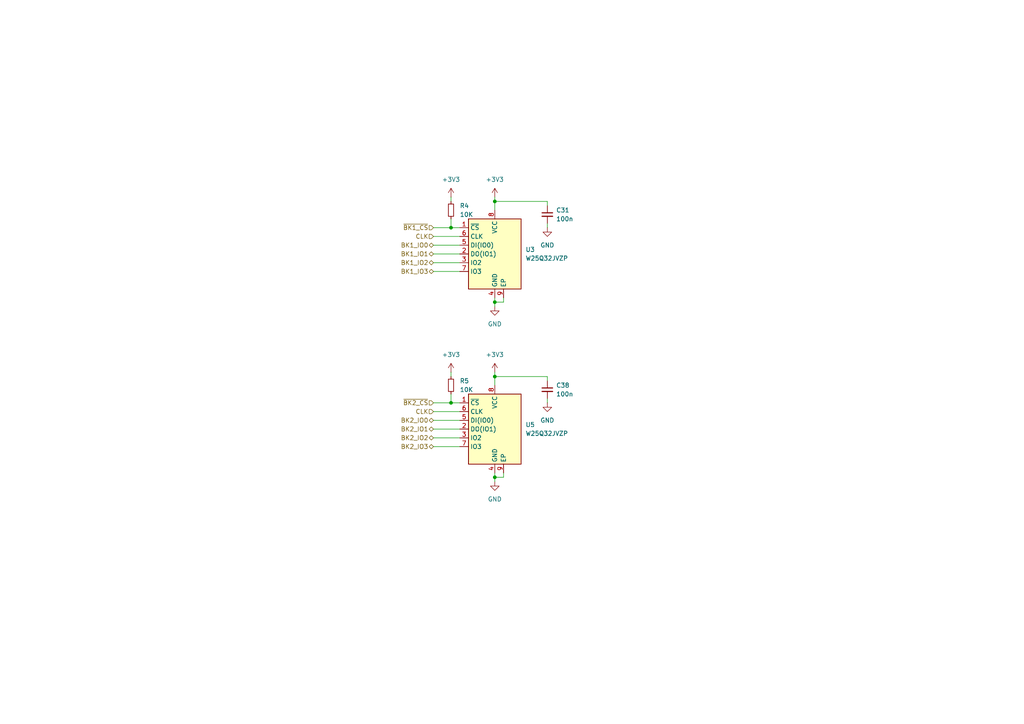
<source format=kicad_sch>
(kicad_sch (version 20231120) (generator "eeschema") (generator_version "8.0")
  (paper "A4")
  (lib_symbols
    (symbol "Device:C_Small" (pin_numbers hide) (pin_names (offset 0.254) hide)
      (property "Reference" "C" (at 0.254 1.778 0))
      (property "Value" "C_Small" (at 0.254 -2.032 0))
      (symbol "C_Small_0_1"
        (polyline (pts (xy -1.524 -0.508) (xy 1.524 -0.508)) (stroke (width 0.3302)))
        (polyline (pts (xy -1.524 0.508) (xy 1.524 0.508)) (stroke (width 0.3048)))
      )
      (symbol "C_Small_1_1"
        (pin passive line (at 0 2.54 270) (length 2.032) (name "~") (number "1"))
        (pin passive line (at 0 -2.54 90) (length 2.032) (name "~") (number "2"))
      )
    )
    (symbol "Device:R_Small" (pin_numbers hide) (pin_names (offset 0.254) hide)
      (property "Reference" "R" (at 0.762 0.508 0))
      (property "Value" "R_Small" (at 0.762 -1.016 0))
      (symbol "R_Small_0_1"
        (rectangle (start -0.762 1.778) (end 0.762 -1.778) (stroke (width 0.2032)))
      )
      (symbol "R_Small_1_1"
        (pin passive line (at 0 2.54 270) (length 0.762) (name "~") (number "1"))
        (pin passive line (at 0 -2.54 90) (length 0.762) (name "~") (number "2"))
      )
    )
    (symbol "Memory_Flash:W25Q32JVZP"
      (property "Reference" "U" (at -6.35 11.43 0))
      (property "Value" "W25Q32JVZP" (at 7.62 11.43 0))
      (symbol "W25Q32JVZP_0_1"
        (rectangle (start -7.62 10.16) (end 7.62 -10.16) (stroke (width 0.254)) (fill (type background)))
      )
      (symbol "W25Q32JVZP_1_1"
        (pin input line (at -10.16 7.62 0) (length 2.54) (name "~{CS}") (number "1"))
        (pin bidirectional line (at -10.16 0 0) (length 2.54) (name "DO(IO1)") (number "2"))
        (pin bidirectional line (at -10.16 -2.54 0) (length 2.54) (name "IO2") (number "3"))
        (pin power_in line (at 0 -12.7 90) (length 2.54) (name "GND") (number "4"))
        (pin bidirectional line (at -10.16 2.54 0) (length 2.54) (name "DI(IO0)") (number "5"))
        (pin input line (at -10.16 5.08 0) (length 2.54) (name "CLK") (number "6"))
        (pin bidirectional line (at -10.16 -5.08 0) (length 2.54) (name "IO3") (number "7"))
        (pin power_in line (at 0 12.7 270) (length 2.54) (name "VCC") (number "8"))
        (pin passive line (at 2.54 -12.7 90) (length 2.54) (name "EP") (number "9"))
      )
    )
    (symbol "power:+3V3" (power) (pin_numbers hide) (pin_names (offset 0) hide)
      (property "Value" "+3V3" (at 0 3.556 0))
      (symbol "+3V3_0_1"
        (polyline (pts (xy -0.762 1.27) (xy 0 2.54)))
        (polyline (pts (xy 0 0) (xy 0 2.54)))
        (polyline (pts (xy 0 2.54) (xy 0.762 1.27)))
      )
      (symbol "+3V3_1_1"
        (pin power_in line (at 0 0 90) (length 0) (name "~") (number "1"))
      )
    )
    (symbol "power:GND" (power) (pin_numbers hide) (pin_names (offset 0) hide)
      (property "Value" "GND" (at 0 -3.81 0))
      (symbol "GND_0_1"
        (polyline (pts (xy 0 0) (xy 0 -1.27) (xy 1.27 -1.27) (xy 0 -2.54) (xy -1.27 -1.27) (xy 0 -1.27)))
      )
      (symbol "GND_1_1"
        (pin power_in line (at 0 0 270) (length 0) (name "~") (number "1"))
      )
    )
  )
  (junction (at 143.51 87.63))
  (junction (at 143.51 109.22))
  (junction (at 130.81 66.04))
  (junction (at 143.51 58.42))
  (junction (at 130.81 116.84))
  (junction (at 143.51 138.43))
  (wire (pts (xy 158.75 66.04) (xy 158.75 64.77)))
  (wire (pts (xy 158.75 59.69) (xy 158.75 58.42)))
  (wire (pts (xy 125.73 119.38) (xy 133.35 119.38)))
  (wire (pts (xy 130.81 63.5) (xy 130.81 66.04)))
  (wire (pts (xy 125.73 116.84) (xy 130.81 116.84)))
  (wire (pts (xy 125.73 129.54) (xy 133.35 129.54)))
  (wire (pts (xy 125.73 127) (xy 133.35 127)))
  (wire (pts (xy 130.81 107.95) (xy 130.81 109.22)))
  (wire (pts (xy 158.75 110.49) (xy 158.75 109.22)))
  (wire (pts (xy 125.73 71.12) (xy 133.35 71.12)))
  (wire (pts (xy 143.51 58.42) (xy 158.75 58.42)))
  (wire (pts (xy 125.73 73.66) (xy 133.35 73.66)))
  (wire (pts (xy 125.73 121.92) (xy 133.35 121.92)))
  (wire (pts (xy 125.73 76.2) (xy 133.35 76.2)))
  (wire (pts (xy 146.05 86.36) (xy 146.05 87.63)))
  (wire (pts (xy 143.51 58.42) (xy 143.51 60.96)))
  (wire (pts (xy 143.51 57.15) (xy 143.51 58.42)))
  (wire (pts (xy 143.51 87.63) (xy 143.51 86.36)))
  (wire (pts (xy 130.81 66.04) (xy 133.35 66.04)))
  (wire (pts (xy 143.51 138.43) (xy 143.51 137.16)))
  (wire (pts (xy 143.51 88.9) (xy 143.51 87.63)))
  (wire (pts (xy 130.81 114.3) (xy 130.81 116.84)))
  (wire (pts (xy 143.51 109.22) (xy 158.75 109.22)))
  (wire (pts (xy 130.81 57.15) (xy 130.81 58.42)))
  (wire (pts (xy 130.81 116.84) (xy 133.35 116.84)))
  (wire (pts (xy 146.05 137.16) (xy 146.05 138.43)))
  (wire (pts (xy 158.75 116.84) (xy 158.75 115.57)))
  (wire (pts (xy 125.73 78.74) (xy 133.35 78.74)))
  (wire (pts (xy 125.73 68.58) (xy 133.35 68.58)))
  (wire (pts (xy 143.51 107.95) (xy 143.51 109.22)))
  (wire (pts (xy 146.05 138.43) (xy 143.51 138.43)))
  (wire (pts (xy 146.05 87.63) (xy 143.51 87.63)))
  (wire (pts (xy 125.73 124.46) (xy 133.35 124.46)))
  (wire (pts (xy 143.51 109.22) (xy 143.51 111.76)))
  (wire (pts (xy 143.51 139.7) (xy 143.51 138.43)))
  (wire (pts (xy 125.73 66.04) (xy 130.81 66.04)))
  (hierarchical_label "CLK" (shape input) (at 125.73 119.38 180))
  (hierarchical_label "BK2_IO0" (shape bidirectional) (at 125.73 121.92 180))
  (hierarchical_label "BK2_IO1" (shape bidirectional) (at 125.73 124.46 180))
  (hierarchical_label "~{BK1_CS}" (shape input) (at 125.73 66.04 180))
  (hierarchical_label "BK1_IO2" (shape bidirectional) (at 125.73 76.2 180))
  (hierarchical_label "CLK" (shape input) (at 125.73 68.58 180))
  (hierarchical_label "BK2_IO2" (shape bidirectional) (at 125.73 127 180))
  (hierarchical_label "BK1_IO0" (shape bidirectional) (at 125.73 71.12 180))
  (hierarchical_label "BK1_IO1" (shape bidirectional) (at 125.73 73.66 180))
  (hierarchical_label "BK2_IO3" (shape bidirectional) (at 125.73 129.54 180))
  (hierarchical_label "~{BK2_CS}" (shape input) (at 125.73 116.84 180))
  (hierarchical_label "BK1_IO3" (shape bidirectional) (at 125.73 78.74 180))
  (symbol (lib_id "power:+3V3") (at 143.51 57.15 0) (unit 1)
    (property "Reference" "#PWR052" (effects (hide yes)))
    (property "Value" "+3V3" (at 143.51 52.07 0))
    (property "Description" "Power symbol creates a global label with name \"+3V3\"" (effects (hide yes)))
  )
  (symbol (lib_id "Device:C_Small") (at 158.75 113.03 0) (unit 1)
    (property "Reference" "C38" (at 161.29 111.7662 0) (effects (justify left)))
    (property "Value" "100n" (at 161.29 114.3062 0) (effects (justify left)))
    (property "Footprint" "Capacitor_SMD:C_0201_0603Metric" (effects (hide yes)))
    (property "Description" "Unpolarized capacitor, small symbol" (effects (hide yes)))
  )
  (symbol (lib_id "power:+3V3") (at 130.81 107.95 0) (unit 1)
    (property "Reference" "#PWR025" (effects (hide yes)))
    (property "Value" "+3V3" (at 130.81 102.87 0))
    (property "Description" "Power symbol creates a global label with name \"+3V3\"" (effects (hide yes)))
  )
  (symbol (lib_id "power:+3V3") (at 143.51 107.95 0) (unit 1)
    (property "Reference" "#PWR033" (effects (hide yes)))
    (property "Value" "+3V3" (at 143.51 102.87 0))
    (property "Description" "Power symbol creates a global label with name \"+3V3\"" (effects (hide yes)))
  )
  (symbol (lib_id "Memory_Flash:W25Q32JVZP") (at 143.51 124.46 0) (unit 1)
    (property "Reference" "U5" (at 152.4 123.1899 0) (effects (justify left)))
    (property "Value" "W25Q32JVZP" (at 152.4 125.7299 0) (effects (justify left)))
    (property "Footprint" "Package_SON:WSON-8-1EP_8x6mm_P1.27mm_EP3.4x4.3mm" (effects (hide yes)))
    (property "Datasheet" "http://www.winbond.com/resource-files/w25q32jv%20revg%2003272018%20plus.pdf" (effects (hide yes)))
    (property "Description" "32Mb Serial Flash Memory, Standard/Dual/Quad SPI, DFN-8" (effects (hide yes)))
  )
  (symbol (lib_id "power:GND") (at 158.75 116.84 0) (unit 1)
    (property "Reference" "#PWR037" (effects (hide yes)))
    (property "Value" "GND" (at 158.75 121.92 0))
    (property "Description" "Power symbol creates a global label with name \"GND\" , ground" (effects (hide yes)))
  )
  (symbol (lib_id "Device:R_Small") (at 130.81 111.76 0) (unit 1)
    (property "Reference" "R5" (at 133.35 110.4899 0) (effects (justify left)))
    (property "Value" "10K" (at 133.35 113.0299 0) (effects (justify left)))
    (property "Footprint" "Resistor_SMD:R_0201_0603Metric" (effects (hide yes)))
    (property "Description" "Resistor, small symbol" (effects (hide yes)))
  )
  (symbol (lib_id "power:GND") (at 158.75 66.04 0) (unit 1)
    (property "Reference" "#PWR054" (effects (hide yes)))
    (property "Value" "GND" (at 158.75 71.12 0))
    (property "Description" "Power symbol creates a global label with name \"GND\" , ground" (effects (hide yes)))
  )
  (symbol (lib_id "Memory_Flash:W25Q32JVZP") (at 143.51 73.66 0) (unit 1)
    (property "Reference" "U3" (at 152.4 72.3899 0) (effects (justify left)))
    (property "Value" "W25Q32JVZP" (at 152.4 74.9299 0) (effects (justify left)))
    (property "Footprint" "Package_SON:WSON-8-1EP_8x6mm_P1.27mm_EP3.4x4.3mm" (effects (hide yes)))
    (property "Datasheet" "http://www.winbond.com/resource-files/w25q32jv%20revg%2003272018%20plus.pdf" (effects (hide yes)))
    (property "Description" "32Mb Serial Flash Memory, Standard/Dual/Quad SPI, DFN-8" (effects (hide yes)))
  )
  (symbol (lib_id "power:GND") (at 143.51 139.7 0) (unit 1)
    (property "Reference" "#PWR035" (effects (hide yes)))
    (property "Value" "GND" (at 143.51 144.78 0))
    (property "Description" "Power symbol creates a global label with name \"GND\" , ground" (effects (hide yes)))
  )
  (symbol (lib_id "power:+3V3") (at 130.81 57.15 0) (unit 1)
    (property "Reference" "#PWR055" (effects (hide yes)))
    (property "Value" "+3V3" (at 130.81 52.07 0))
    (property "Description" "Power symbol creates a global label with name \"+3V3\"" (effects (hide yes)))
  )
  (symbol (lib_id "Device:R_Small") (at 130.81 60.96 0) (unit 1)
    (property "Reference" "R4" (at 133.35 59.6899 0) (effects (justify left)))
    (property "Value" "10K" (at 133.35 62.2299 0) (effects (justify left)))
    (property "Footprint" "Resistor_SMD:R_0201_0603Metric" (effects (hide yes)))
    (property "Description" "Resistor, small symbol" (effects (hide yes)))
  )
  (symbol (lib_id "Device:C_Small") (at 158.75 62.23 0) (unit 1)
    (property "Reference" "C31" (at 161.29 60.9662 0) (effects (justify left)))
    (property "Value" "100n" (at 161.29 63.5062 0) (effects (justify left)))
    (property "Footprint" "Capacitor_SMD:C_0201_0603Metric" (effects (hide yes)))
    (property "Description" "Unpolarized capacitor, small symbol" (effects (hide yes)))
  )
  (symbol (lib_id "power:GND") (at 143.51 88.9 0) (unit 1)
    (property "Reference" "#PWR053" (effects (hide yes)))
    (property "Value" "GND" (at 143.51 93.98 0))
    (property "Description" "Power symbol creates a global label with name \"GND\" , ground" (effects (hide yes)))
  )
)
</source>
